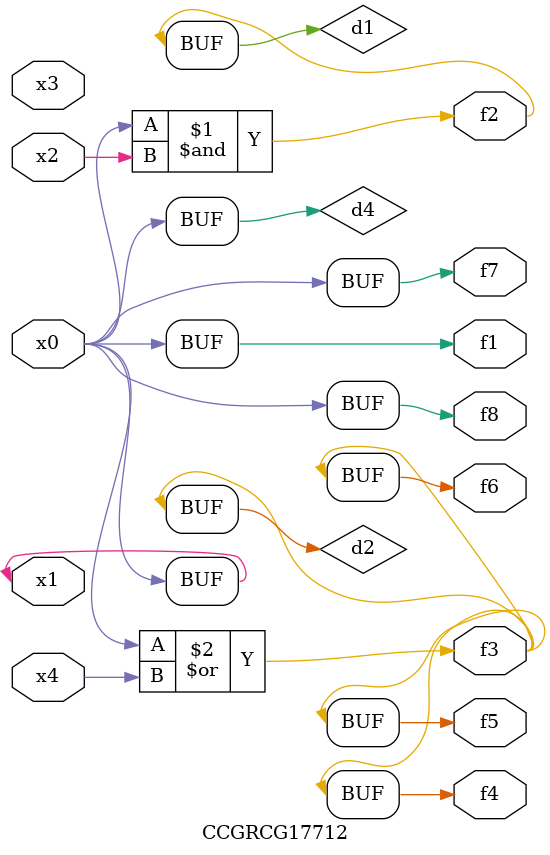
<source format=v>
module CCGRCG17712(
	input x0, x1, x2, x3, x4,
	output f1, f2, f3, f4, f5, f6, f7, f8
);

	wire d1, d2, d3, d4;

	and (d1, x0, x2);
	or (d2, x0, x4);
	nand (d3, x0, x2);
	buf (d4, x0, x1);
	assign f1 = d4;
	assign f2 = d1;
	assign f3 = d2;
	assign f4 = d2;
	assign f5 = d2;
	assign f6 = d2;
	assign f7 = d4;
	assign f8 = d4;
endmodule

</source>
